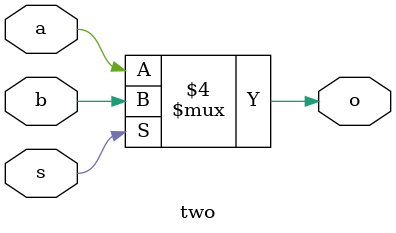
<source format=v>
module main(j,k,l,m,sel,out);
    input j,k,l,m;
    input [1:0]sel;
    output out;
    wire w1,w2;
    
    two u1(.a(j), .b(k), .o(w1), .s(sel[0]));
    two u2(.a(l), .b(m), .o(w2), .s(sel[0]));
    two u3(.a(w1), .b(w2), .o(out), .s(sel[0]));
endmodule

module two(a,b,s,o);
    input a,b,s;
    output o;
    reg o;
    always@(*)begin
        if(s==0)
            o=a;
        else
            o=b;
    end
 endmodule
</source>
